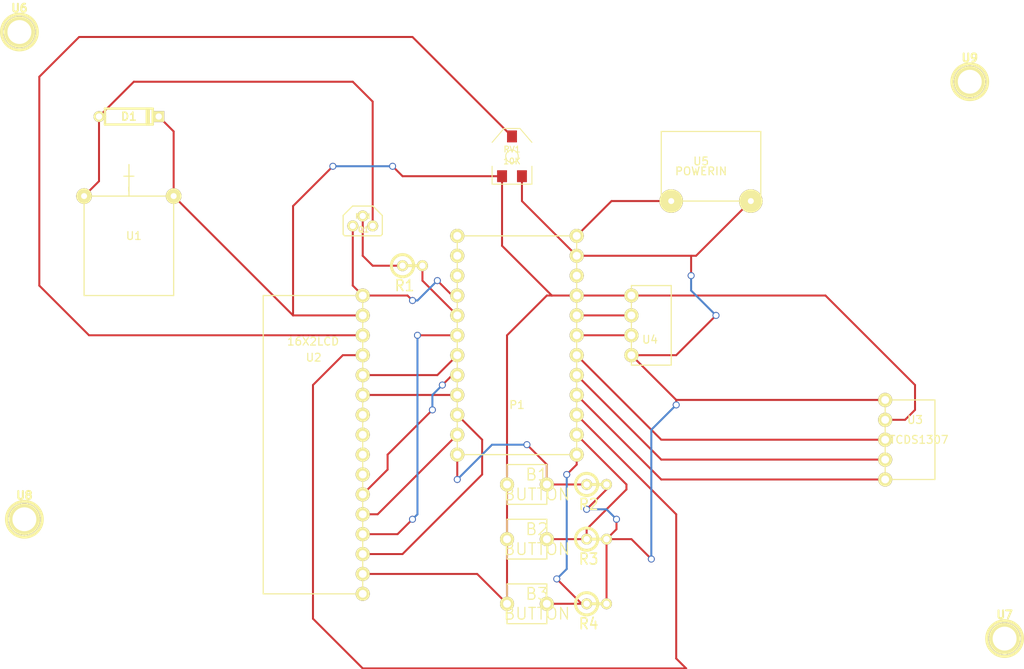
<source format=kicad_pcb>
(kicad_pcb (version 3) (host pcbnew "(2013-07-07 BZR 4022)-stable")

  (general
    (links 45)
    (no_connects 2)
    (area 25.442334 92.583 158.707666 177.927001)
    (thickness 1.6)
    (drawings 0)
    (tracks 149)
    (zones 0)
    (modules 20)
    (nets 23)
  )

  (page A4 portrait)
  (layers
    (15 F.Cu signal)
    (0 B.Cu signal)
    (16 B.Adhes user)
    (17 F.Adhes user)
    (18 B.Paste user)
    (19 F.Paste user)
    (20 B.SilkS user)
    (21 F.SilkS user)
    (22 B.Mask user)
    (23 F.Mask user)
    (24 Dwgs.User user)
    (25 Cmts.User user)
    (26 Eco1.User user)
    (27 Eco2.User user)
    (28 Edge.Cuts user)
  )

  (setup
    (last_trace_width 0.254)
    (trace_clearance 0.254)
    (zone_clearance 0.508)
    (zone_45_only yes)
    (trace_min 0.254)
    (segment_width 0.2)
    (edge_width 0.15)
    (via_size 0.889)
    (via_drill 0.635)
    (via_min_size 0.889)
    (via_min_drill 0.508)
    (uvia_size 0.508)
    (uvia_drill 0.127)
    (uvias_allowed no)
    (uvia_min_size 0.508)
    (uvia_min_drill 0.127)
    (pcb_text_width 0.3)
    (pcb_text_size 1.5 1.5)
    (mod_edge_width 0.15)
    (mod_text_size 1.5 1.5)
    (mod_text_width 0.15)
    (pad_size 1.524 1.524)
    (pad_drill 0.762)
    (pad_to_mask_clearance 0.2)
    (aux_axis_origin 0 0)
    (visible_elements FFFFFFBF)
    (pcbplotparams
      (layerselection 3178497)
      (usegerberextensions true)
      (excludeedgelayer true)
      (linewidth 0.100000)
      (plotframeref false)
      (viasonmask false)
      (mode 1)
      (useauxorigin false)
      (hpglpennumber 1)
      (hpglpenspeed 20)
      (hpglpendiameter 15)
      (hpglpenoverlay 2)
      (psnegative false)
      (psa4output false)
      (plotreference true)
      (plotvalue true)
      (plotothertext true)
      (plotinvisibletext false)
      (padsonsilk false)
      (subtractmaskfromsilk false)
      (outputformat 1)
      (mirror false)
      (drillshape 1)
      (scaleselection 1)
      (outputdirectory ""))
  )

  (net 0 "")
  (net 1 /D5)
  (net 2 /D7)
  (net 3 /TORELOUT)
  (net 4 /V0)
  (net 5 /b1)
  (net 6 /b2)
  (net 7 /b3)
  (net 8 /rw)
  (net 9 GND)
  (net 10 N-000001)
  (net 11 N-0000013)
  (net 12 N-0000014)
  (net 13 N-0000015)
  (net 14 N-0000016)
  (net 15 N-0000017)
  (net 16 N-000002)
  (net 17 N-0000023)
  (net 18 N-000003)
  (net 19 N-000004)
  (net 20 N-000005)
  (net 21 N-000006)
  (net 22 VCC)

  (net_class Default "This is the default net class."
    (clearance 0.254)
    (trace_width 0.254)
    (via_dia 0.889)
    (via_drill 0.635)
    (uvia_dia 0.508)
    (uvia_drill 0.127)
    (add_net "")
    (add_net /D5)
    (add_net /D7)
    (add_net /TORELOUT)
    (add_net /V0)
    (add_net /b1)
    (add_net /b2)
    (add_net /b3)
    (add_net /rw)
    (add_net GND)
    (add_net N-000001)
    (add_net N-0000013)
    (add_net N-0000014)
    (add_net N-0000015)
    (add_net N-0000016)
    (add_net N-0000017)
    (add_net N-000002)
    (add_net N-0000023)
    (add_net N-000003)
    (add_net N-000004)
    (add_net N-000005)
    (add_net N-000006)
    (add_net VCC)
  )

  (module US (layer F.Cu) (tedit 542B05CB) (tstamp 54376EB7)
    (at 107.315 139.065)
    (path /542AAD2C)
    (fp_text reference U4 (at 2.3749 -3.2639) (layer F.SilkS)
      (effects (font (size 1 1) (thickness 0.15)))
    )
    (fp_text value US (at 2.8575 -1.7399) (layer F.SilkS) hide
      (effects (font (size 1 1) (thickness 0.15)))
    )
    (fp_line (start 0 0) (end 0 -10.16) (layer F.SilkS) (width 0.15))
    (fp_line (start 0 -10.16) (end 5.08 -10.16) (layer F.SilkS) (width 0.15))
    (fp_line (start 5.08 -10.16) (end 5.08 0) (layer F.SilkS) (width 0.15))
    (fp_line (start 5.08 0) (end 0 0) (layer F.SilkS) (width 0.15))
    (pad 1 thru_hole circle (at 0 -1.27) (size 1.8 1.8) (drill 1)
      (layers *.Cu *.Mask F.SilkS)
      (net 9 GND)
    )
    (pad 2 thru_hole circle (at 0 -3.81) (size 1.8 1.8) (drill 1)
      (layers *.Cu *.Mask F.SilkS)
      (net 16 N-000002)
    )
    (pad 3 thru_hole circle (at 0 -6.35) (size 1.8 1.8) (drill 1)
      (layers *.Cu *.Mask F.SilkS)
      (net 13 N-0000015)
    )
    (pad 4 thru_hole circle (at 0 -8.89) (size 1.8 1.8) (drill 1)
      (layers *.Cu *.Mask F.SilkS)
      (net 22 VCC)
    )
  )

  (module TO92PN (layer F.Cu) (tedit 50D2C7A2) (tstamp 54376EC6)
    (at 73.025 120.65 180)
    (path /542AAEAD)
    (fp_text reference Q1 (at -0.1 -1.1 180) (layer F.SilkS)
      (effects (font (size 0.7 0.7) (thickness 0.15)))
    )
    (fp_text value NPN (at 0 0.6 180) (layer F.SilkS)
      (effects (font (size 0.6 0.6) (thickness 0.15)))
    )
    (fp_line (start 1.3 1.9) (end -1.3 1.9) (layer F.SilkS) (width 0.15))
    (fp_line (start -2.5 -1.7) (end -2.3 -1.9) (layer F.SilkS) (width 0.15))
    (fp_line (start -2.3 -1.9) (end 2.3 -1.9) (layer F.SilkS) (width 0.15))
    (fp_line (start 2.3 -1.9) (end 2.5 -1.7) (layer F.SilkS) (width 0.15))
    (fp_line (start 2.5 -1.7) (end 2.5 0.7) (layer F.SilkS) (width 0.15))
    (fp_line (start 2.5 0.7) (end 1.3 1.9) (layer F.SilkS) (width 0.15))
    (fp_line (start -1.3 1.9) (end -2.5 0.7) (layer F.SilkS) (width 0.15))
    (fp_line (start -2.5 0.7) (end -2.5 -1.7) (layer F.SilkS) (width 0.15))
    (pad 1 thru_hole circle (at 1.27 -0.635 180) (size 1.4 1.4) (drill 0.8)
      (layers *.Cu *.Mask F.SilkS)
      (net 9 GND)
    )
    (pad 2 thru_hole circle (at 0 0.635 180) (size 1.4 1.4) (drill 0.8)
      (layers *.Cu *.Mask F.SilkS)
      (net 20 N-000005)
    )
    (pad 3 thru_hole circle (at -1.27 -0.635 180) (size 1.4 1.4) (drill 0.8)
      (layers *.Cu *.Mask F.SilkS)
      (net 21 N-000006)
    )
    (model to-xxx-packages/to92.wrl
      (at (xyz 0 0 0))
      (scale (xyz 1 1 1))
      (rotate (xyz 0 0 0))
    )
  )

  (module RTC (layer F.Cu) (tedit 542B05A3) (tstamp 54376ED4)
    (at 139.7 153.67)
    (path /542AADE0)
    (fp_text reference U3 (at 3.81 -7.62) (layer F.SilkS)
      (effects (font (size 1 1) (thickness 0.15)))
    )
    (fp_text value RTCDS1307 (at 3.81 -5.08) (layer F.SilkS)
      (effects (font (size 1 1) (thickness 0.15)))
    )
    (fp_line (start 0 0) (end 0 -2.54) (layer F.SilkS) (width 0.15))
    (fp_line (start 0 -2.54) (end 0 -10.16) (layer F.SilkS) (width 0.15))
    (fp_line (start 0 -10.16) (end 6.35 -10.16) (layer F.SilkS) (width 0.15))
    (fp_line (start 6.35 -10.16) (end 6.35 0) (layer F.SilkS) (width 0.15))
    (fp_line (start 6.35 0) (end 0 0) (layer F.SilkS) (width 0.15))
    (pad 1 thru_hole circle (at 0 -10.16) (size 1.8 1.8) (drill 1)
      (layers *.Cu *.Mask F.SilkS)
      (net 9 GND)
    )
    (pad 2 thru_hole circle (at 0 -7.62) (size 1.8 1.8) (drill 1)
      (layers *.Cu *.Mask F.SilkS)
      (net 22 VCC)
    )
    (pad 3 thru_hole circle (at 0 -5.08) (size 1.8 1.8) (drill 1)
      (layers *.Cu *.Mask F.SilkS)
      (net 18 N-000003)
    )
    (pad 4 thru_hole circle (at 0 -2.54) (size 1.8 1.8) (drill 1)
      (layers *.Cu *.Mask F.SilkS)
      (net 19 N-000004)
    )
    (pad 5 thru_hole circle (at 0 0) (size 1.8 1.8) (drill 1)
      (layers *.Cu *.Mask F.SilkS)
      (net 10 N-000001)
    )
  )

  (module RELAY5V (layer F.Cu) (tedit 542AC5CA) (tstamp 54376EE1)
    (at 37.465 130.175)
    (path /542AAE96)
    (fp_text reference U1 (at 6.35 -7.62) (layer F.SilkS)
      (effects (font (size 1 1) (thickness 0.15)))
    )
    (fp_text value RALAY5V (at 6.35 -6.35) (layer F.SilkS) hide
      (effects (font (size 1 1) (thickness 0.15)))
    )
    (fp_line (start 6.35 -15.24) (end 5.08 -15.24) (layer F.SilkS) (width 0.15))
    (fp_line (start 5.7277 -12.6746) (end 5.7277 -16.7259) (layer F.SilkS) (width 0.15))
    (fp_line (start 5.7023 -13.3477) (end 5.7023 -13.843) (layer F.SilkS) (width 0.15))
    (fp_line (start 0 0) (end 0 -12.7) (layer F.SilkS) (width 0.15))
    (fp_line (start 0 -12.7) (end 11.43 -12.7) (layer F.SilkS) (width 0.15))
    (fp_line (start 11.43 -12.7) (end 11.43 0) (layer F.SilkS) (width 0.15))
    (fp_line (start 11.43 0) (end 0 0) (layer F.SilkS) (width 0.15))
    (pad 2 thru_hole circle (at 11.43 -12.7) (size 2 2) (drill 0.762)
      (layers *.Cu *.Mask F.SilkS)
      (net 22 VCC)
    )
    (pad 3 thru_hole circle (at 0 -12.7) (size 2 2) (drill 0.762)
      (layers *.Cu *.Mask F.SilkS)
      (net 21 N-000006)
    )
  )

  (module R1 (layer F.Cu) (tedit 200000) (tstamp 54376EE9)
    (at 79.375 126.365)
    (descr "Resistance verticale")
    (tags R)
    (path /542AAECD)
    (autoplace_cost90 10)
    (autoplace_cost180 10)
    (fp_text reference R1 (at -1.016 2.54) (layer F.SilkS)
      (effects (font (size 1.397 1.27) (thickness 0.2032)))
    )
    (fp_text value R (at -1.143 2.54) (layer F.SilkS) hide
      (effects (font (size 1.397 1.27) (thickness 0.2032)))
    )
    (fp_line (start -1.27 0) (end 1.27 0) (layer F.SilkS) (width 0.381))
    (fp_circle (center -1.27 0) (end -0.635 1.27) (layer F.SilkS) (width 0.381))
    (pad 1 thru_hole circle (at -1.27 0) (size 1.397 1.397) (drill 0.8128)
      (layers *.Cu *.Mask F.SilkS)
      (net 20 N-000005)
    )
    (pad 2 thru_hole circle (at 1.27 0) (size 1.397 1.397) (drill 0.8128)
      (layers *.Cu *.Mask F.SilkS)
      (net 3 /TORELOUT)
    )
    (model discret/verti_resistor.wrl
      (at (xyz 0 0 0))
      (scale (xyz 1 1 1))
      (rotate (xyz 0 0 0))
    )
  )

  (module R1 (layer F.Cu) (tedit 200000) (tstamp 54376EF1)
    (at 102.87 169.545)
    (descr "Resistance verticale")
    (tags R)
    (path /54317E27)
    (autoplace_cost90 10)
    (autoplace_cost180 10)
    (fp_text reference R4 (at -1.016 2.54) (layer F.SilkS)
      (effects (font (size 1.397 1.27) (thickness 0.2032)))
    )
    (fp_text value 330 (at -1.143 2.54) (layer F.SilkS) hide
      (effects (font (size 1.397 1.27) (thickness 0.2032)))
    )
    (fp_line (start -1.27 0) (end 1.27 0) (layer F.SilkS) (width 0.381))
    (fp_circle (center -1.27 0) (end -0.635 1.27) (layer F.SilkS) (width 0.381))
    (pad 1 thru_hole circle (at -1.27 0) (size 1.397 1.397) (drill 0.8128)
      (layers *.Cu *.Mask F.SilkS)
      (net 7 /b3)
    )
    (pad 2 thru_hole circle (at 1.27 0) (size 1.397 1.397) (drill 0.8128)
      (layers *.Cu *.Mask F.SilkS)
      (net 9 GND)
    )
    (model discret/verti_resistor.wrl
      (at (xyz 0 0 0))
      (scale (xyz 1 1 1))
      (rotate (xyz 0 0 0))
    )
  )

  (module R1 (layer F.Cu) (tedit 200000) (tstamp 54376EF9)
    (at 102.87 161.29)
    (descr "Resistance verticale")
    (tags R)
    (path /54317E18)
    (autoplace_cost90 10)
    (autoplace_cost180 10)
    (fp_text reference R3 (at -1.016 2.54) (layer F.SilkS)
      (effects (font (size 1.397 1.27) (thickness 0.2032)))
    )
    (fp_text value 330 (at -1.143 2.54) (layer F.SilkS) hide
      (effects (font (size 1.397 1.27) (thickness 0.2032)))
    )
    (fp_line (start -1.27 0) (end 1.27 0) (layer F.SilkS) (width 0.381))
    (fp_circle (center -1.27 0) (end -0.635 1.27) (layer F.SilkS) (width 0.381))
    (pad 1 thru_hole circle (at -1.27 0) (size 1.397 1.397) (drill 0.8128)
      (layers *.Cu *.Mask F.SilkS)
      (net 6 /b2)
    )
    (pad 2 thru_hole circle (at 1.27 0) (size 1.397 1.397) (drill 0.8128)
      (layers *.Cu *.Mask F.SilkS)
      (net 9 GND)
    )
    (model discret/verti_resistor.wrl
      (at (xyz 0 0 0))
      (scale (xyz 1 1 1))
      (rotate (xyz 0 0 0))
    )
  )

  (module R1 (layer F.Cu) (tedit 200000) (tstamp 54376F01)
    (at 102.87 154.305)
    (descr "Resistance verticale")
    (tags R)
    (path /54317DFF)
    (autoplace_cost90 10)
    (autoplace_cost180 10)
    (fp_text reference R2 (at -1.016 2.54) (layer F.SilkS)
      (effects (font (size 1.397 1.27) (thickness 0.2032)))
    )
    (fp_text value 330 (at -1.143 2.54) (layer F.SilkS) hide
      (effects (font (size 1.397 1.27) (thickness 0.2032)))
    )
    (fp_line (start -1.27 0) (end 1.27 0) (layer F.SilkS) (width 0.381))
    (fp_circle (center -1.27 0) (end -0.635 1.27) (layer F.SilkS) (width 0.381))
    (pad 1 thru_hole circle (at -1.27 0) (size 1.397 1.397) (drill 0.8128)
      (layers *.Cu *.Mask F.SilkS)
      (net 5 /b1)
    )
    (pad 2 thru_hole circle (at 1.27 0) (size 1.397 1.397) (drill 0.8128)
      (layers *.Cu *.Mask F.SilkS)
      (net 9 GND)
    )
    (model discret/verti_resistor.wrl
      (at (xyz 0 0 0))
      (scale (xyz 1 1 1))
      (rotate (xyz 0 0 0))
    )
  )

  (module PROMINI (layer F.Cu) (tedit 542B04DE) (tstamp 54376F26)
    (at 85.09 150.495)
    (path /542AAB35)
    (fp_text reference P1 (at 7.62 -6.35) (layer F.SilkS)
      (effects (font (size 1 1) (thickness 0.15)))
    )
    (fp_text value PROMINI (at 7.62 -5.08) (layer F.SilkS) hide
      (effects (font (size 1 1) (thickness 0.15)))
    )
    (fp_line (start 0 -27.94) (end 15.24 -27.94) (layer F.SilkS) (width 0.15))
    (fp_line (start 15.24 -27.94) (end 15.24 0) (layer F.SilkS) (width 0.15))
    (fp_line (start 15.24 0) (end 0 0) (layer F.SilkS) (width 0.15))
    (fp_line (start 0 0) (end 0 -15.24) (layer F.SilkS) (width 0.15))
    (fp_line (start 0 -15.24) (end 0 -17.78) (layer F.SilkS) (width 0.15))
    (fp_line (start 0 -17.78) (end 0 -20.32) (layer F.SilkS) (width 0.15))
    (fp_line (start 0 -20.32) (end 0 -22.86) (layer F.SilkS) (width 0.15))
    (fp_line (start 0 -22.86) (end 0 -25.4) (layer F.SilkS) (width 0.15))
    (fp_line (start 0 -25.4) (end 0 -27.94) (layer F.SilkS) (width 0.15))
    (pad 1 thru_hole circle (at 0 -27.94) (size 1.8 1.8) (drill 1)
      (layers *.Cu *.Mask F.SilkS)
    )
    (pad 2 thru_hole circle (at 0 -25.4) (size 1.8 1.8) (drill 1)
      (layers *.Cu *.Mask F.SilkS)
    )
    (pad 3 thru_hole circle (at 0 -22.86) (size 1.8 1.8) (drill 1)
      (layers *.Cu *.Mask F.SilkS)
    )
    (pad 4 thru_hole circle (at 0 -20.32) (size 1.8 1.8) (drill 1)
      (layers *.Cu *.Mask F.SilkS)
      (net 9 GND)
    )
    (pad 5 thru_hole circle (at 0 -17.78) (size 1.8 1.8) (drill 1)
      (layers *.Cu *.Mask F.SilkS)
      (net 3 /TORELOUT)
    )
    (pad 6 thru_hole circle (at 0 -15.24) (size 1.8 1.8) (drill 1)
      (layers *.Cu *.Mask F.SilkS)
      (net 11 N-0000013)
    )
    (pad 7 thru_hole circle (at 0 -12.7) (size 1.8 1.8) (drill 1)
      (layers *.Cu *.Mask F.SilkS)
      (net 8 /rw)
    )
    (pad 8 thru_hole circle (at 0 -10.16) (size 1.8 1.8) (drill 1)
      (layers *.Cu *.Mask F.SilkS)
      (net 15 N-0000017)
    )
    (pad 9 thru_hole circle (at 0 -7.62) (size 1.8 1.8) (drill 1)
      (layers *.Cu *.Mask F.SilkS)
      (net 14 N-0000016)
    )
    (pad 10 thru_hole circle (at 0 -5.08) (size 1.8 1.8) (drill 1)
      (layers *.Cu *.Mask F.SilkS)
      (net 2 /D7)
    )
    (pad 11 thru_hole circle (at 0 -2.54) (size 1.8 1.8) (drill 1)
      (layers *.Cu *.Mask F.SilkS)
      (net 1 /D5)
    )
    (pad 12 thru_hole circle (at 0 0) (size 1.8 1.8) (drill 1)
      (layers *.Cu *.Mask F.SilkS)
      (net 5 /b1)
    )
    (pad 13 thru_hole circle (at 15.24 0) (size 1.8 1.8) (drill 1)
      (layers *.Cu *.Mask F.SilkS)
      (net 7 /b3)
    )
    (pad 14 thru_hole circle (at 15.24 -2.54) (size 1.8 1.8) (drill 1)
      (layers *.Cu *.Mask F.SilkS)
      (net 6 /b2)
    )
    (pad 15 thru_hole circle (at 15.24 -5.08) (size 1.8 1.8) (drill 1)
      (layers *.Cu *.Mask F.SilkS)
      (net 17 N-0000023)
    )
    (pad 16 thru_hole circle (at 15.24 -7.62) (size 1.8 1.8) (drill 1)
      (layers *.Cu *.Mask F.SilkS)
      (net 10 N-000001)
    )
    (pad 17 thru_hole circle (at 15.24 -10.16) (size 1.8 1.8) (drill 1)
      (layers *.Cu *.Mask F.SilkS)
      (net 19 N-000004)
    )
    (pad 18 thru_hole circle (at 15.24 -12.7) (size 1.8 1.8) (drill 1)
      (layers *.Cu *.Mask F.SilkS)
      (net 18 N-000003)
    )
    (pad 19 thru_hole circle (at 15.24 -15.24) (size 1.8 1.8) (drill 1)
      (layers *.Cu *.Mask F.SilkS)
      (net 16 N-000002)
    )
    (pad 20 thru_hole circle (at 15.24 -17.78) (size 1.8 1.8) (drill 1)
      (layers *.Cu *.Mask F.SilkS)
      (net 13 N-0000015)
    )
    (pad 21 thru_hole circle (at 15.24 -20.32) (size 1.8 1.8) (drill 1)
      (layers *.Cu *.Mask F.SilkS)
      (net 22 VCC)
    )
    (pad 22 thru_hole circle (at 15.24 -22.86) (size 1.8 1.8) (drill 1)
      (layers *.Cu *.Mask F.SilkS)
    )
    (pad 23 thru_hole circle (at 15.24 -25.4) (size 1.8 1.8) (drill 1)
      (layers *.Cu *.Mask F.SilkS)
      (net 9 GND)
    )
    (pad 24 thru_hole circle (at 15.24 -27.94) (size 1.8 1.8) (drill 1)
      (layers *.Cu *.Mask F.SilkS)
      (net 12 N-0000014)
    )
  )

  (module POWERPRO (layer F.Cu) (tedit 542AC555) (tstamp 54376F30)
    (at 111.125 118.11)
    (path /542AACE6)
    (fp_text reference U5 (at 5.08 -5.08) (layer F.SilkS)
      (effects (font (size 1 1) (thickness 0.15)))
    )
    (fp_text value POWERIN (at 5.08 -3.81) (layer F.SilkS)
      (effects (font (size 1 1) (thickness 0.15)))
    )
    (fp_line (start 12.7 0) (end 12.7 -8.89) (layer F.SilkS) (width 0.15))
    (fp_line (start 12.7 -8.89) (end 0 -8.89) (layer F.SilkS) (width 0.15))
    (fp_line (start 0 -8.89) (end 0 0) (layer F.SilkS) (width 0.15))
    (fp_line (start 0 0) (end 12.7 0) (layer F.SilkS) (width 0.15))
    (pad 1 thru_hole circle (at 1.27 0) (size 3 3) (drill 0.762)
      (layers *.Cu *.Mask F.SilkS)
      (net 12 N-0000014)
    )
    (pad 2 thru_hole circle (at 11.43 0) (size 3 3) (drill 0.762)
      (layers *.Cu *.Mask F.SilkS)
      (net 9 GND)
    )
  )

  (module POT_CMS (layer F.Cu) (tedit 3D638D33) (tstamp 54376F3E)
    (at 92.075 112.395)
    (descr "module CMS Potentiometre")
    (tags "CMS POT")
    (path /542AB0E8)
    (attr smd)
    (fp_text reference RV1 (at 0 -0.88646) (layer F.SilkS)
      (effects (font (size 0.762 0.762) (thickness 0.127)))
    )
    (fp_text value 10K (at 0 0.635) (layer F.SilkS)
      (effects (font (size 0.762 0.762) (thickness 0.127)))
    )
    (fp_line (start -2.54 1.27) (end -2.54 3.556) (layer F.SilkS) (width 0.127))
    (fp_line (start -2.54 3.556) (end 2.54 3.556) (layer F.SilkS) (width 0.127))
    (fp_line (start 2.54 3.556) (end 2.54 1.27) (layer F.SilkS) (width 0.127))
    (fp_line (start -2.54 -1.778) (end -1.016 -3.556) (layer F.SilkS) (width 0.127))
    (fp_line (start -1.016 -3.556) (end 1.016 -3.556) (layer F.SilkS) (width 0.127))
    (fp_line (start 1.016 -3.556) (end 2.54 -1.778) (layer F.SilkS) (width 0.127))
    (fp_circle (center 0 0) (end 0.254 -0.762) (layer F.SilkS) (width 0.127))
    (pad 1 smd rect (at -1.27 2.54) (size 1.27 1.524)
      (layers F.Cu F.Paste F.Mask)
      (net 22 VCC)
    )
    (pad 2 smd rect (at 0 -2.54) (size 1.27 1.524)
      (layers F.Cu F.Paste F.Mask)
      (net 4 /V0)
    )
    (pad 3 smd rect (at 1.27 2.54) (size 1.27 1.524)
      (layers F.Cu F.Paste F.Mask)
      (net 9 GND)
    )
  )

  (module D3 (layer F.Cu) (tedit 200000) (tstamp 54376F4E)
    (at 43.18 107.315)
    (descr "Diode 3 pas")
    (tags "DIODE DEV")
    (path /542AB024)
    (fp_text reference D1 (at 0 0) (layer F.SilkS)
      (effects (font (size 1.016 1.016) (thickness 0.2032)))
    )
    (fp_text value DIODE (at 0 0) (layer F.SilkS) hide
      (effects (font (size 1.016 1.016) (thickness 0.2032)))
    )
    (fp_line (start 3.81 0) (end 3.048 0) (layer F.SilkS) (width 0.3048))
    (fp_line (start 3.048 0) (end 3.048 -1.016) (layer F.SilkS) (width 0.3048))
    (fp_line (start 3.048 -1.016) (end -3.048 -1.016) (layer F.SilkS) (width 0.3048))
    (fp_line (start -3.048 -1.016) (end -3.048 0) (layer F.SilkS) (width 0.3048))
    (fp_line (start -3.048 0) (end -3.81 0) (layer F.SilkS) (width 0.3048))
    (fp_line (start -3.048 0) (end -3.048 1.016) (layer F.SilkS) (width 0.3048))
    (fp_line (start -3.048 1.016) (end 3.048 1.016) (layer F.SilkS) (width 0.3048))
    (fp_line (start 3.048 1.016) (end 3.048 0) (layer F.SilkS) (width 0.3048))
    (fp_line (start 2.54 -1.016) (end 2.54 1.016) (layer F.SilkS) (width 0.3048))
    (fp_line (start 2.286 1.016) (end 2.286 -1.016) (layer F.SilkS) (width 0.3048))
    (pad 2 thru_hole rect (at 3.81 0) (size 1.397 1.397) (drill 0.8128)
      (layers *.Cu *.Mask F.SilkS)
      (net 22 VCC)
    )
    (pad 1 thru_hole circle (at -3.81 0) (size 1.397 1.397) (drill 0.8128)
      (layers *.Cu *.Mask F.SilkS)
      (net 21 N-000006)
    )
    (model discret/diode.wrl
      (at (xyz 0 0 0))
      (scale (xyz 0.3 0.3 0.3))
      (rotate (xyz 0 0 0))
    )
  )

  (module button (layer F.Cu) (tedit 542B0EA1) (tstamp 54376F58)
    (at 91.44 163.83)
    (path /542B1067)
    (fp_text reference B2 (at 3.81 -3.81) (layer F.SilkS)
      (effects (font (size 1.5 1.5) (thickness 0.15)))
    )
    (fp_text value BUTTON (at 3.81 -1.27) (layer F.SilkS)
      (effects (font (size 1.5 1.5) (thickness 0.15)))
    )
    (fp_line (start 0 0) (end 5.08 0) (layer F.SilkS) (width 0.15))
    (fp_line (start 5.08 0) (end 5.08 -5.08) (layer F.SilkS) (width 0.15))
    (fp_line (start 5.08 -5.08) (end 0 -5.08) (layer F.SilkS) (width 0.15))
    (fp_line (start 0 -5.08) (end 0 0) (layer F.SilkS) (width 0.15))
    (pad 1 thru_hole circle (at 0 -2.54) (size 1.8 1.8) (drill 1)
      (layers *.Cu *.Mask F.SilkS)
      (net 22 VCC)
    )
    (pad 2 thru_hole circle (at 5.08 -2.54) (size 1.8 1.8) (drill 1)
      (layers *.Cu *.Mask F.SilkS)
      (net 6 /b2)
    )
  )

  (module button (layer F.Cu) (tedit 542B0EA1) (tstamp 54376F62)
    (at 91.44 172.085)
    (path /542B1076)
    (fp_text reference B3 (at 3.81 -3.81) (layer F.SilkS)
      (effects (font (size 1.5 1.5) (thickness 0.15)))
    )
    (fp_text value BUTTON (at 3.81 -1.27) (layer F.SilkS)
      (effects (font (size 1.5 1.5) (thickness 0.15)))
    )
    (fp_line (start 0 0) (end 5.08 0) (layer F.SilkS) (width 0.15))
    (fp_line (start 5.08 0) (end 5.08 -5.08) (layer F.SilkS) (width 0.15))
    (fp_line (start 5.08 -5.08) (end 0 -5.08) (layer F.SilkS) (width 0.15))
    (fp_line (start 0 -5.08) (end 0 0) (layer F.SilkS) (width 0.15))
    (pad 1 thru_hole circle (at 0 -2.54) (size 1.8 1.8) (drill 1)
      (layers *.Cu *.Mask F.SilkS)
      (net 22 VCC)
    )
    (pad 2 thru_hole circle (at 5.08 -2.54) (size 1.8 1.8) (drill 1)
      (layers *.Cu *.Mask F.SilkS)
      (net 7 /b3)
    )
  )

  (module button (layer F.Cu) (tedit 542B0EA1) (tstamp 54376F6C)
    (at 91.44 156.845)
    (path /542B1057)
    (fp_text reference B1 (at 3.81 -3.81) (layer F.SilkS)
      (effects (font (size 1.5 1.5) (thickness 0.15)))
    )
    (fp_text value BUTTON (at 3.81 -1.27) (layer F.SilkS)
      (effects (font (size 1.5 1.5) (thickness 0.15)))
    )
    (fp_line (start 0 0) (end 5.08 0) (layer F.SilkS) (width 0.15))
    (fp_line (start 5.08 0) (end 5.08 -5.08) (layer F.SilkS) (width 0.15))
    (fp_line (start 5.08 -5.08) (end 0 -5.08) (layer F.SilkS) (width 0.15))
    (fp_line (start 0 -5.08) (end 0 0) (layer F.SilkS) (width 0.15))
    (pad 1 thru_hole circle (at 0 -2.54) (size 1.8 1.8) (drill 1)
      (layers *.Cu *.Mask F.SilkS)
      (net 22 VCC)
    )
    (pad 2 thru_hole circle (at 5.08 -2.54) (size 1.8 1.8) (drill 1)
      (layers *.Cu *.Mask F.SilkS)
      (net 5 /b1)
    )
  )

  (module 1pin (layer F.Cu) (tedit 200000) (tstamp 54376F72)
    (at 29.845 158.75)
    (descr "module 1 pin (ou trou mecanique de percage)")
    (tags DEV)
    (path /542B80EF)
    (fp_text reference U8 (at 0 -3.048) (layer F.SilkS)
      (effects (font (size 1.016 1.016) (thickness 0.254)))
    )
    (fp_text value MARKER (at 0 2.794) (layer F.SilkS) hide
      (effects (font (size 1.016 1.016) (thickness 0.254)))
    )
    (fp_circle (center 0 0) (end 0 -2.286) (layer F.SilkS) (width 0.381))
    (pad 1 thru_hole circle (at 0 0) (size 4.064 4.064) (drill 3.048)
      (layers *.Cu *.Mask F.SilkS)
    )
  )

  (module 1pin (layer F.Cu) (tedit 200000) (tstamp 54376F78)
    (at 150.495 102.87)
    (descr "module 1 pin (ou trou mecanique de percage)")
    (tags DEV)
    (path /542B80FE)
    (fp_text reference U9 (at 0 -3.048) (layer F.SilkS)
      (effects (font (size 1.016 1.016) (thickness 0.254)))
    )
    (fp_text value MARKER (at 0 2.794) (layer F.SilkS) hide
      (effects (font (size 1.016 1.016) (thickness 0.254)))
    )
    (fp_circle (center 0 0) (end 0 -2.286) (layer F.SilkS) (width 0.381))
    (pad 1 thru_hole circle (at 0 0) (size 4.064 4.064) (drill 3.048)
      (layers *.Cu *.Mask F.SilkS)
    )
  )

  (module 1pin (layer F.Cu) (tedit 200000) (tstamp 54376F7E)
    (at 154.94 173.99)
    (descr "module 1 pin (ou trou mecanique de percage)")
    (tags DEV)
    (path /542B810D)
    (fp_text reference U7 (at 0 -3.048) (layer F.SilkS)
      (effects (font (size 1.016 1.016) (thickness 0.254)))
    )
    (fp_text value MARKER (at 0 2.794) (layer F.SilkS) hide
      (effects (font (size 1.016 1.016) (thickness 0.254)))
    )
    (fp_circle (center 0 0) (end 0 -2.286) (layer F.SilkS) (width 0.381))
    (pad 1 thru_hole circle (at 0 0) (size 4.064 4.064) (drill 3.048)
      (layers *.Cu *.Mask F.SilkS)
    )
  )

  (module 1pin (layer F.Cu) (tedit 200000) (tstamp 54376F84)
    (at 29.21 96.52)
    (descr "module 1 pin (ou trou mecanique de percage)")
    (tags DEV)
    (path /542B80E0)
    (fp_text reference U6 (at 0 -3.048) (layer F.SilkS)
      (effects (font (size 1.016 1.016) (thickness 0.254)))
    )
    (fp_text value MARKER (at 0 2.794) (layer F.SilkS) hide
      (effects (font (size 1.016 1.016) (thickness 0.254)))
    )
    (fp_circle (center 0 0) (end 0 -2.286) (layer F.SilkS) (width 0.381))
    (pad 1 thru_hole circle (at 0 0) (size 4.064 4.064) (drill 3.048)
      (layers *.Cu *.Mask F.SilkS)
    )
  )

  (module 16X2LCD (layer F.Cu) (tedit 542B0570) (tstamp 54376F9C)
    (at 73.025 130.175 180)
    (path /542AB272)
    (fp_text reference U2 (at 6.26 -7.92 180) (layer F.SilkS)
      (effects (font (size 1 1) (thickness 0.15)))
    )
    (fp_text value 16X2LCD (at 6.34 -5.87 180) (layer F.SilkS)
      (effects (font (size 1 1) (thickness 0.15)))
    )
    (fp_line (start 0 0) (end 0 -38.1) (layer F.SilkS) (width 0.15))
    (fp_line (start 0 -38.1) (end 12.7 -38.1) (layer F.SilkS) (width 0.15))
    (fp_line (start 12.7 -38.1) (end 12.7 0) (layer F.SilkS) (width 0.15))
    (fp_line (start 12.7 0) (end 0 0) (layer F.SilkS) (width 0.15))
    (pad 1 thru_hole circle (at 0 -38.1 180) (size 1.8 1.8) (drill 1)
      (layers *.Cu *.Mask F.SilkS)
      (net 9 GND)
    )
    (pad 2 thru_hole circle (at 0 -35.56 180) (size 1.8 1.8) (drill 1)
      (layers *.Cu *.Mask F.SilkS)
      (net 22 VCC)
    )
    (pad 3 thru_hole circle (at 0 -33.02 180) (size 1.8 1.8) (drill 1)
      (layers *.Cu *.Mask F.SilkS)
      (net 2 /D7)
    )
    (pad 4 thru_hole circle (at 0 -30.48 180) (size 1.8 1.8) (drill 1)
      (layers *.Cu *.Mask F.SilkS)
      (net 11 N-0000013)
    )
    (pad 5 thru_hole circle (at 0 -27.94 180) (size 1.8 1.8) (drill 1)
      (layers *.Cu *.Mask F.SilkS)
      (net 1 /D5)
    )
    (pad 6 thru_hole circle (at 0 -25.4 180) (size 1.8 1.8) (drill 1)
      (layers *.Cu *.Mask F.SilkS)
      (net 15 N-0000017)
    )
    (pad 7 thru_hole circle (at 0 -22.86 180) (size 1.8 1.8) (drill 1)
      (layers *.Cu *.Mask F.SilkS)
    )
    (pad 8 thru_hole circle (at 0 -20.32 180) (size 1.8 1.8) (drill 1)
      (layers *.Cu *.Mask F.SilkS)
    )
    (pad 9 thru_hole circle (at 0 -17.78 180) (size 1.8 1.8) (drill 1)
      (layers *.Cu *.Mask F.SilkS)
    )
    (pad 10 thru_hole circle (at 0 -15.24 180) (size 1.8 1.8) (drill 1)
      (layers *.Cu *.Mask F.SilkS)
    )
    (pad 11 thru_hole circle (at 0 -12.7 180) (size 1.8 1.8) (drill 1)
      (layers *.Cu *.Mask F.SilkS)
      (net 14 N-0000016)
    )
    (pad 12 thru_hole circle (at 0 -10.16 180) (size 1.8 1.8) (drill 1)
      (layers *.Cu *.Mask F.SilkS)
      (net 8 /rw)
    )
    (pad 13 thru_hole circle (at 0 -7.62 180) (size 1.8 1.8) (drill 1)
      (layers *.Cu *.Mask F.SilkS)
      (net 17 N-0000023)
    )
    (pad 14 thru_hole circle (at 0 -5.08 180) (size 1.8 1.8) (drill 1)
      (layers *.Cu *.Mask F.SilkS)
      (net 4 /V0)
    )
    (pad 15 thru_hole circle (at 0 -2.54 180) (size 1.8 1.8) (drill 1)
      (layers *.Cu *.Mask F.SilkS)
      (net 22 VCC)
    )
    (pad 16 thru_hole circle (at 0 0 180) (size 1.8 1.8) (drill 1)
      (layers *.Cu *.Mask F.SilkS)
      (net 9 GND)
    )
  )

  (segment (start 73.025 158.115) (end 74.93 158.115) (width 0.254) (layer F.Cu) (net 1))
  (segment (start 74.93 158.115) (end 85.09 147.955) (width 0.254) (layer F.Cu) (net 1) (tstamp 5437720C))
  (segment (start 73.025 163.195) (end 78.105 163.195) (width 0.254) (layer F.Cu) (net 2))
  (segment (start 88.265 148.59) (end 85.09 145.415) (width 0.254) (layer F.Cu) (net 2) (tstamp 543771D7))
  (segment (start 88.265 153.035) (end 88.265 148.59) (width 0.254) (layer F.Cu) (net 2) (tstamp 543771D5))
  (segment (start 78.105 163.195) (end 88.265 153.035) (width 0.254) (layer F.Cu) (net 2) (tstamp 543771D3))
  (segment (start 80.645 126.365) (end 80.645 128.27) (width 0.254) (layer F.Cu) (net 3))
  (segment (start 80.645 128.27) (end 85.09 132.715) (width 0.254) (layer F.Cu) (net 3) (tstamp 543771AB))
  (segment (start 73.025 135.255) (end 38.1 135.255) (width 0.254) (layer F.Cu) (net 4))
  (segment (start 79.375 97.155) (end 92.075 109.855) (width 0.254) (layer F.Cu) (net 4) (tstamp 543771B7))
  (segment (start 36.83 97.155) (end 79.375 97.155) (width 0.254) (layer F.Cu) (net 4) (tstamp 543771B5))
  (segment (start 31.75 102.235) (end 36.83 97.155) (width 0.254) (layer F.Cu) (net 4) (tstamp 543771B3))
  (segment (start 31.75 128.905) (end 31.75 102.235) (width 0.254) (layer F.Cu) (net 4) (tstamp 543771B1))
  (segment (start 38.1 135.255) (end 31.75 128.905) (width 0.254) (layer F.Cu) (net 4) (tstamp 543771AF))
  (segment (start 101.6 154.305) (end 96.52 154.305) (width 0.254) (layer F.Cu) (net 5))
  (segment (start 85.09 150.495) (end 85.09 153.67) (width 0.254) (layer F.Cu) (net 5))
  (segment (start 96.52 151.765) (end 96.52 154.305) (width 0.254) (layer F.Cu) (net 5) (tstamp 54377405))
  (segment (start 93.98 149.225) (end 96.52 151.765) (width 0.254) (layer F.Cu) (net 5) (tstamp 54377404))
  (via (at 93.98 149.225) (size 0.889) (layers F.Cu B.Cu) (net 5))
  (segment (start 89.535 149.225) (end 93.98 149.225) (width 0.254) (layer B.Cu) (net 5) (tstamp 543773FE))
  (segment (start 85.09 153.67) (end 89.535 149.225) (width 0.254) (layer B.Cu) (net 5) (tstamp 543773FD))
  (via (at 85.09 153.67) (size 0.889) (layers F.Cu B.Cu) (net 5))
  (segment (start 101.6 161.29) (end 101.6 160.02) (width 0.254) (layer F.Cu) (net 6))
  (segment (start 106.68 154.305) (end 100.33 147.955) (width 0.254) (layer F.Cu) (net 6) (tstamp 54377459))
  (segment (start 106.68 154.94) (end 106.68 154.305) (width 0.254) (layer F.Cu) (net 6) (tstamp 54377458))
  (segment (start 101.6 160.02) (end 106.68 154.94) (width 0.254) (layer F.Cu) (net 6) (tstamp 54377455))
  (segment (start 96.52 161.29) (end 101.6 161.29) (width 0.254) (layer F.Cu) (net 6))
  (segment (start 101.6 169.545) (end 100.965 169.545) (width 0.254) (layer F.Cu) (net 7))
  (segment (start 100.33 151.765) (end 100.33 150.495) (width 0.254) (layer F.Cu) (net 7) (tstamp 54377451))
  (segment (start 99.06 153.035) (end 100.33 151.765) (width 0.254) (layer F.Cu) (net 7) (tstamp 54377450))
  (via (at 99.06 153.035) (size 0.889) (layers F.Cu B.Cu) (net 7))
  (segment (start 99.06 165.1) (end 99.06 153.035) (width 0.254) (layer B.Cu) (net 7) (tstamp 54377441))
  (segment (start 97.79 166.37) (end 99.06 165.1) (width 0.254) (layer B.Cu) (net 7) (tstamp 54377440))
  (via (at 97.79 166.37) (size 0.889) (layers F.Cu B.Cu) (net 7))
  (segment (start 100.965 169.545) (end 97.79 166.37) (width 0.254) (layer F.Cu) (net 7) (tstamp 5437743B))
  (segment (start 101.6 169.545) (end 96.52 169.545) (width 0.254) (layer F.Cu) (net 7))
  (segment (start 73.025 140.335) (end 82.55 140.335) (width 0.254) (layer F.Cu) (net 8))
  (segment (start 82.55 140.335) (end 85.09 137.795) (width 0.254) (layer F.Cu) (net 8) (tstamp 54377206))
  (segment (start 113.03 143.51) (end 113.03 144.145) (width 0.254) (layer F.Cu) (net 9))
  (segment (start 107.315 161.29) (end 104.14 161.29) (width 0.254) (layer F.Cu) (net 9) (tstamp 543775DE))
  (segment (start 109.855 163.83) (end 107.315 161.29) (width 0.254) (layer F.Cu) (net 9) (tstamp 543775DD))
  (via (at 109.855 163.83) (size 0.889) (layers F.Cu B.Cu) (net 9))
  (segment (start 109.855 147.32) (end 109.855 163.83) (width 0.254) (layer B.Cu) (net 9) (tstamp 543775D7))
  (segment (start 113.03 144.145) (end 109.855 147.32) (width 0.254) (layer B.Cu) (net 9) (tstamp 543775D6))
  (via (at 113.03 144.145) (size 0.889) (layers F.Cu B.Cu) (net 9))
  (segment (start 107.315 137.795) (end 113.03 137.795) (width 0.254) (layer F.Cu) (net 9))
  (segment (start 114.935 127.635) (end 114.935 125.095) (width 0.254) (layer F.Cu) (net 9) (tstamp 543775B3))
  (via (at 114.935 127.635) (size 0.889) (layers F.Cu B.Cu) (net 9))
  (segment (start 114.935 129.54) (end 114.935 127.635) (width 0.254) (layer B.Cu) (net 9) (tstamp 543775B0))
  (segment (start 118.11 132.715) (end 114.935 129.54) (width 0.254) (layer B.Cu) (net 9) (tstamp 543775AF))
  (via (at 118.11 132.715) (size 0.889) (layers F.Cu B.Cu) (net 9))
  (segment (start 113.03 137.795) (end 118.11 132.715) (width 0.254) (layer F.Cu) (net 9) (tstamp 543775AA))
  (segment (start 93.345 114.935) (end 93.345 118.11) (width 0.254) (layer F.Cu) (net 9))
  (segment (start 93.345 118.11) (end 100.33 125.095) (width 0.254) (layer F.Cu) (net 9) (tstamp 543775A3))
  (segment (start 85.09 130.175) (end 84.455 130.175) (width 0.254) (layer F.Cu) (net 9))
  (segment (start 78.74 130.175) (end 73.025 130.175) (width 0.254) (layer F.Cu) (net 9) (tstamp 5437759B))
  (segment (start 79.375 130.81) (end 78.74 130.175) (width 0.254) (layer F.Cu) (net 9) (tstamp 5437759A))
  (via (at 79.375 130.81) (size 0.889) (layers F.Cu B.Cu) (net 9))
  (segment (start 80.01 130.81) (end 79.375 130.81) (width 0.254) (layer B.Cu) (net 9) (tstamp 54377595))
  (segment (start 82.55 128.27) (end 80.01 130.81) (width 0.254) (layer B.Cu) (net 9) (tstamp 54377594))
  (via (at 82.55 128.27) (size 0.889) (layers F.Cu B.Cu) (net 9))
  (segment (start 84.455 130.175) (end 82.55 128.27) (width 0.254) (layer F.Cu) (net 9) (tstamp 54377591))
  (segment (start 104.14 169.545) (end 104.14 161.29) (width 0.254) (layer F.Cu) (net 9))
  (segment (start 104.14 161.29) (end 105.41 160.02) (width 0.254) (layer F.Cu) (net 9) (tstamp 54377572))
  (segment (start 104.14 154.94) (end 104.14 154.305) (width 0.254) (layer F.Cu) (net 9) (tstamp 54377588))
  (segment (start 101.6 157.48) (end 104.14 154.94) (width 0.254) (layer F.Cu) (net 9) (tstamp 54377587))
  (via (at 101.6 157.48) (size 0.889) (layers F.Cu B.Cu) (net 9))
  (segment (start 104.14 157.48) (end 101.6 157.48) (width 0.254) (layer B.Cu) (net 9) (tstamp 5437757C))
  (segment (start 105.41 158.75) (end 104.14 157.48) (width 0.254) (layer B.Cu) (net 9) (tstamp 5437757B))
  (via (at 105.41 158.75) (size 0.889) (layers F.Cu B.Cu) (net 9))
  (segment (start 105.41 160.02) (end 105.41 158.75) (width 0.254) (layer F.Cu) (net 9) (tstamp 54377576))
  (segment (start 139.7 143.51) (end 113.03 143.51) (width 0.254) (layer F.Cu) (net 9))
  (segment (start 113.03 143.51) (end 107.315 137.795) (width 0.254) (layer F.Cu) (net 9) (tstamp 5437756C))
  (segment (start 71.755 121.285) (end 71.755 128.905) (width 0.254) (layer F.Cu) (net 9))
  (segment (start 71.755 128.905) (end 73.025 130.175) (width 0.254) (layer F.Cu) (net 9) (tstamp 543771A0))
  (segment (start 100.33 125.095) (end 114.935 125.095) (width 0.254) (layer F.Cu) (net 9))
  (segment (start 114.935 125.095) (end 115.57 125.095) (width 0.254) (layer F.Cu) (net 9) (tstamp 543775B6))
  (segment (start 115.57 125.095) (end 122.555 118.11) (width 0.254) (layer F.Cu) (net 9) (tstamp 54377186))
  (segment (start 139.7 153.67) (end 111.125 153.67) (width 0.254) (layer F.Cu) (net 10))
  (segment (start 111.125 153.67) (end 100.33 142.875) (width 0.254) (layer F.Cu) (net 10) (tstamp 543771EC))
  (segment (start 73.025 160.655) (end 77.47 160.655) (width 0.254) (layer F.Cu) (net 11))
  (segment (start 80.01 135.255) (end 85.09 135.255) (width 0.254) (layer F.Cu) (net 11) (tstamp 5437721E))
  (via (at 80.01 135.255) (size 0.889) (layers F.Cu B.Cu) (net 11))
  (segment (start 80.01 158.115) (end 80.01 135.255) (width 0.254) (layer B.Cu) (net 11) (tstamp 5437721C))
  (segment (start 79.375 158.75) (end 80.01 158.115) (width 0.254) (layer B.Cu) (net 11) (tstamp 5437721B))
  (via (at 79.375 158.75) (size 0.889) (layers F.Cu B.Cu) (net 11))
  (segment (start 77.47 160.655) (end 79.375 158.75) (width 0.254) (layer F.Cu) (net 11) (tstamp 54377218))
  (segment (start 112.395 118.11) (end 104.775 118.11) (width 0.254) (layer F.Cu) (net 12))
  (segment (start 104.775 118.11) (end 100.33 122.555) (width 0.254) (layer F.Cu) (net 12) (tstamp 54377182))
  (segment (start 100.33 132.715) (end 107.315 132.715) (width 0.254) (layer F.Cu) (net 13))
  (segment (start 85.09 142.875) (end 73.025 142.875) (width 0.254) (layer F.Cu) (net 14))
  (segment (start 85.09 140.335) (end 84.455 140.335) (width 0.254) (layer F.Cu) (net 15))
  (segment (start 76.2 152.4) (end 73.025 155.575) (width 0.254) (layer F.Cu) (net 15) (tstamp 54377232))
  (segment (start 76.2 150.495) (end 76.2 152.4) (width 0.254) (layer F.Cu) (net 15) (tstamp 54377230))
  (segment (start 81.915 144.78) (end 76.2 150.495) (width 0.254) (layer F.Cu) (net 15) (tstamp 5437722F))
  (via (at 81.915 144.78) (size 0.889) (layers F.Cu B.Cu) (net 15))
  (segment (start 81.915 142.875) (end 81.915 144.78) (width 0.254) (layer B.Cu) (net 15) (tstamp 5437722C))
  (segment (start 83.185 141.605) (end 81.915 142.875) (width 0.254) (layer B.Cu) (net 15) (tstamp 5437722B))
  (via (at 83.185 141.605) (size 0.889) (layers F.Cu B.Cu) (net 15))
  (segment (start 84.455 140.335) (end 83.185 141.605) (width 0.254) (layer F.Cu) (net 15) (tstamp 54377229))
  (segment (start 100.33 135.255) (end 107.315 135.255) (width 0.254) (layer F.Cu) (net 16))
  (segment (start 73.025 137.795) (end 70.485 137.795) (width 0.254) (layer F.Cu) (net 17))
  (segment (start 113.03 158.115) (end 100.33 145.415) (width 0.254) (layer F.Cu) (net 17) (tstamp 543771E7))
  (segment (start 113.03 176.53) (end 113.03 158.115) (width 0.254) (layer F.Cu) (net 17) (tstamp 543771E5))
  (segment (start 114.3 177.8) (end 113.03 176.53) (width 0.254) (layer F.Cu) (net 17) (tstamp 543771E4))
  (segment (start 73.025 177.8) (end 114.3 177.8) (width 0.254) (layer F.Cu) (net 17) (tstamp 543771E2))
  (segment (start 66.675 171.45) (end 73.025 177.8) (width 0.254) (layer F.Cu) (net 17) (tstamp 543771E0))
  (segment (start 66.675 141.605) (end 66.675 171.45) (width 0.254) (layer F.Cu) (net 17) (tstamp 543771DE))
  (segment (start 70.485 137.795) (end 66.675 141.605) (width 0.254) (layer F.Cu) (net 17) (tstamp 543771DC))
  (segment (start 139.7 148.59) (end 111.125 148.59) (width 0.254) (layer F.Cu) (net 18))
  (segment (start 111.125 148.59) (end 100.33 137.795) (width 0.254) (layer F.Cu) (net 18) (tstamp 543771F5))
  (segment (start 139.7 151.13) (end 111.125 151.13) (width 0.254) (layer F.Cu) (net 19))
  (segment (start 111.125 151.13) (end 100.33 140.335) (width 0.254) (layer F.Cu) (net 19) (tstamp 543771F1))
  (segment (start 78.105 126.365) (end 74.295 126.365) (width 0.254) (layer F.Cu) (net 20))
  (segment (start 73.025 125.095) (end 73.025 120.015) (width 0.254) (layer F.Cu) (net 20) (tstamp 543771A7))
  (segment (start 74.295 126.365) (end 73.025 125.095) (width 0.254) (layer F.Cu) (net 20) (tstamp 543771A5))
  (segment (start 74.295 121.285) (end 74.295 105.41) (width 0.254) (layer F.Cu) (net 21))
  (segment (start 43.815 102.87) (end 39.37 107.315) (width 0.254) (layer F.Cu) (net 21) (tstamp 5437719C))
  (segment (start 71.755 102.87) (end 43.815 102.87) (width 0.254) (layer F.Cu) (net 21) (tstamp 5437719A))
  (segment (start 74.295 105.41) (end 71.755 102.87) (width 0.254) (layer F.Cu) (net 21) (tstamp 54377198))
  (segment (start 39.37 107.315) (end 39.37 115.57) (width 0.254) (layer F.Cu) (net 21))
  (segment (start 39.37 115.57) (end 37.465 117.475) (width 0.254) (layer F.Cu) (net 21) (tstamp 5437718A))
  (segment (start 78.105 114.935) (end 90.805 114.935) (width 0.254) (layer F.Cu) (net 22) (tstamp 54377272))
  (segment (start 76.835 113.665) (end 78.105 114.935) (width 0.254) (layer F.Cu) (net 22) (tstamp 54377271))
  (via (at 76.835 113.665) (size 0.889) (layers F.Cu B.Cu) (net 22))
  (segment (start 69.215 113.665) (end 76.835 113.665) (width 0.254) (layer B.Cu) (net 22) (tstamp 5437726E))
  (via (at 69.215 113.665) (size 0.889) (layers F.Cu B.Cu) (net 22))
  (segment (start 64.135 118.745) (end 69.215 113.665) (width 0.254) (layer F.Cu) (net 22) (tstamp 54377268))
  (segment (start 64.135 132.715) (end 64.135 118.745) (width 0.254) (layer F.Cu) (net 22))
  (segment (start 90.805 114.935) (end 90.805 123.825) (width 0.254) (layer F.Cu) (net 22))
  (segment (start 90.805 123.825) (end 97.155 130.175) (width 0.254) (layer F.Cu) (net 22) (tstamp 54377236))
  (segment (start 107.315 130.175) (end 132.08 130.175) (width 0.254) (layer F.Cu) (net 22))
  (segment (start 142.24 146.05) (end 139.7 146.05) (width 0.254) (layer F.Cu) (net 22) (tstamp 54377202))
  (segment (start 143.51 144.78) (end 142.24 146.05) (width 0.254) (layer F.Cu) (net 22) (tstamp 54377200))
  (segment (start 143.51 141.605) (end 143.51 144.78) (width 0.254) (layer F.Cu) (net 22) (tstamp 543771FE))
  (segment (start 132.08 130.175) (end 143.51 141.605) (width 0.254) (layer F.Cu) (net 22) (tstamp 543771FC))
  (segment (start 73.025 132.715) (end 64.135 132.715) (width 0.254) (layer F.Cu) (net 22))
  (segment (start 64.135 132.715) (end 48.895 117.475) (width 0.254) (layer F.Cu) (net 22) (tstamp 543771CF))
  (segment (start 91.44 154.305) (end 91.44 135.255) (width 0.254) (layer F.Cu) (net 22))
  (segment (start 96.52 130.175) (end 97.155 130.175) (width 0.254) (layer F.Cu) (net 22) (tstamp 543771CB))
  (segment (start 97.155 130.175) (end 100.33 130.175) (width 0.254) (layer F.Cu) (net 22) (tstamp 5437723A))
  (segment (start 91.44 135.255) (end 96.52 130.175) (width 0.254) (layer F.Cu) (net 22) (tstamp 543771C9))
  (segment (start 91.44 154.305) (end 91.44 161.29) (width 0.254) (layer F.Cu) (net 22))
  (segment (start 91.44 161.29) (end 91.44 169.545) (width 0.254) (layer F.Cu) (net 22) (tstamp 543771C3))
  (segment (start 91.44 169.545) (end 87.63 165.735) (width 0.254) (layer F.Cu) (net 22) (tstamp 543771C4))
  (segment (start 87.63 165.735) (end 73.025 165.735) (width 0.254) (layer F.Cu) (net 22) (tstamp 543771C5))
  (segment (start 107.315 130.175) (end 100.33 130.175) (width 0.254) (layer F.Cu) (net 22))
  (segment (start 48.895 117.475) (end 48.895 109.22) (width 0.254) (layer F.Cu) (net 22))
  (segment (start 48.895 109.22) (end 46.99 107.315) (width 0.254) (layer F.Cu) (net 22) (tstamp 5437718E))

)

</source>
